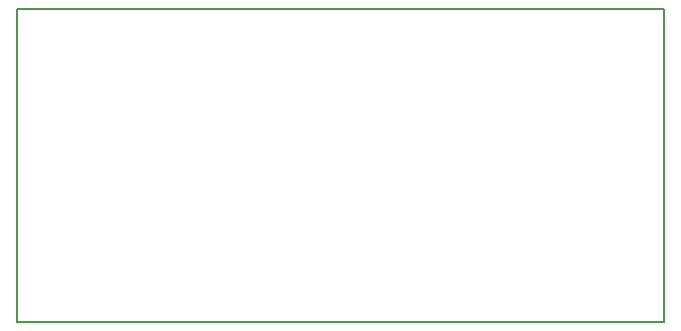
<source format=gm1>
G04 MADE WITH FRITZING*
G04 WWW.FRITZING.ORG*
G04 DOUBLE SIDED*
G04 HOLES PLATED*
G04 CONTOUR ON CENTER OF CONTOUR VECTOR*
%ASAXBY*%
%FSLAX23Y23*%
%MOIN*%
%OFA0B0*%
%SFA1.0B1.0*%
%ADD10R,2.163330X1.052220*%
%ADD11C,0.008000*%
%ADD10C,0.008*%
%LNCONTOUR*%
G90*
G70*
G54D10*
G54D11*
X4Y1048D02*
X2159Y1048D01*
X2159Y4D01*
X4Y4D01*
X4Y1048D01*
D02*
G04 End of contour*
M02*
</source>
